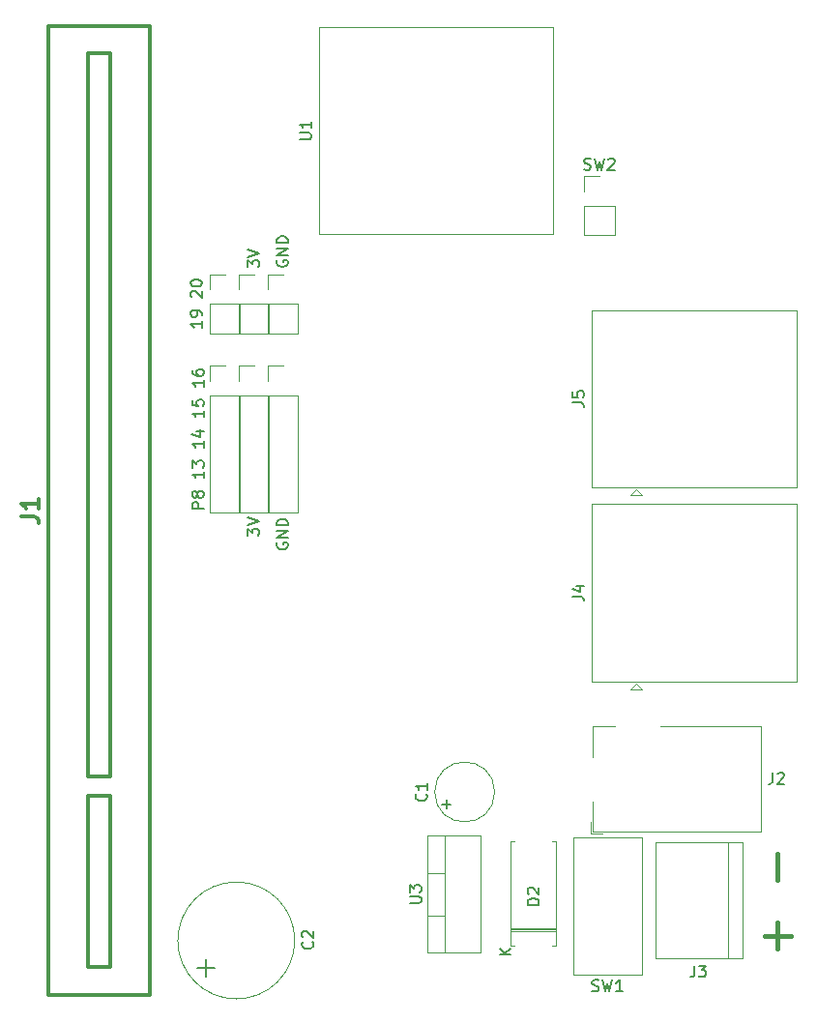
<source format=gbr>
G04 #@! TF.GenerationSoftware,KiCad,Pcbnew,(5.1.6)-1*
G04 #@! TF.CreationDate,2020-08-26T21:28:00-03:00*
G04 #@! TF.ProjectId,robo_descontrolado,726f626f-5f64-4657-9363-6f6e74726f6c,rev?*
G04 #@! TF.SameCoordinates,Original*
G04 #@! TF.FileFunction,Legend,Top*
G04 #@! TF.FilePolarity,Positive*
%FSLAX46Y46*%
G04 Gerber Fmt 4.6, Leading zero omitted, Abs format (unit mm)*
G04 Created by KiCad (PCBNEW (5.1.6)-1) date 2020-08-26 21:28:00*
%MOMM*%
%LPD*%
G01*
G04 APERTURE LIST*
%ADD10C,0.150000*%
%ADD11C,0.450000*%
%ADD12C,0.120000*%
%ADD13C,0.304800*%
G04 APERTURE END LIST*
D10*
X125602380Y-77973809D02*
X125602380Y-78545238D01*
X125602380Y-78259523D02*
X124602380Y-78259523D01*
X124745238Y-78354761D01*
X124840476Y-78450000D01*
X124888095Y-78545238D01*
X125602380Y-77497619D02*
X125602380Y-77307142D01*
X125554761Y-77211904D01*
X125507142Y-77164285D01*
X125364285Y-77069047D01*
X125173809Y-77021428D01*
X124792857Y-77021428D01*
X124697619Y-77069047D01*
X124650000Y-77116666D01*
X124602380Y-77211904D01*
X124602380Y-77402380D01*
X124650000Y-77497619D01*
X124697619Y-77545238D01*
X124792857Y-77592857D01*
X125030952Y-77592857D01*
X125126190Y-77545238D01*
X125173809Y-77497619D01*
X125221428Y-77402380D01*
X125221428Y-77211904D01*
X125173809Y-77116666D01*
X125126190Y-77069047D01*
X125030952Y-77021428D01*
X124697619Y-75878571D02*
X124650000Y-75830952D01*
X124602380Y-75735714D01*
X124602380Y-75497619D01*
X124650000Y-75402380D01*
X124697619Y-75354761D01*
X124792857Y-75307142D01*
X124888095Y-75307142D01*
X125030952Y-75354761D01*
X125602380Y-75926190D01*
X125602380Y-75307142D01*
X124602380Y-74688095D02*
X124602380Y-74592857D01*
X124650000Y-74497619D01*
X124697619Y-74450000D01*
X124792857Y-74402380D01*
X124983333Y-74354761D01*
X125221428Y-74354761D01*
X125411904Y-74402380D01*
X125507142Y-74450000D01*
X125554761Y-74497619D01*
X125602380Y-74592857D01*
X125602380Y-74688095D01*
X125554761Y-74783333D01*
X125507142Y-74830952D01*
X125411904Y-74878571D01*
X125221428Y-74926190D01*
X124983333Y-74926190D01*
X124792857Y-74878571D01*
X124697619Y-74830952D01*
X124650000Y-74783333D01*
X124602380Y-74688095D01*
X146619047Y-120271428D02*
X147380952Y-120271428D01*
X147000000Y-120652380D02*
X147000000Y-119890476D01*
X125188095Y-134642857D02*
X126711904Y-134642857D01*
X125950000Y-135404761D02*
X125950000Y-133880952D01*
D11*
X176014285Y-132942857D02*
X176014285Y-130657142D01*
X177157142Y-131800000D02*
X174871428Y-131800000D01*
X176014285Y-126942857D02*
X176014285Y-124657142D01*
D10*
X125752380Y-94371428D02*
X124752380Y-94371428D01*
X124752380Y-93990476D01*
X124800000Y-93895238D01*
X124847619Y-93847619D01*
X124942857Y-93800000D01*
X125085714Y-93800000D01*
X125180952Y-93847619D01*
X125228571Y-93895238D01*
X125276190Y-93990476D01*
X125276190Y-94371428D01*
X125180952Y-93228571D02*
X125133333Y-93323809D01*
X125085714Y-93371428D01*
X124990476Y-93419047D01*
X124942857Y-93419047D01*
X124847619Y-93371428D01*
X124800000Y-93323809D01*
X124752380Y-93228571D01*
X124752380Y-93038095D01*
X124800000Y-92942857D01*
X124847619Y-92895238D01*
X124942857Y-92847619D01*
X124990476Y-92847619D01*
X125085714Y-92895238D01*
X125133333Y-92942857D01*
X125180952Y-93038095D01*
X125180952Y-93228571D01*
X125228571Y-93323809D01*
X125276190Y-93371428D01*
X125371428Y-93419047D01*
X125561904Y-93419047D01*
X125657142Y-93371428D01*
X125704761Y-93323809D01*
X125752380Y-93228571D01*
X125752380Y-93038095D01*
X125704761Y-92942857D01*
X125657142Y-92895238D01*
X125561904Y-92847619D01*
X125371428Y-92847619D01*
X125276190Y-92895238D01*
X125228571Y-92942857D01*
X125180952Y-93038095D01*
X125752380Y-91133333D02*
X125752380Y-91704761D01*
X125752380Y-91419047D02*
X124752380Y-91419047D01*
X124895238Y-91514285D01*
X124990476Y-91609523D01*
X125038095Y-91704761D01*
X124752380Y-90800000D02*
X124752380Y-90180952D01*
X125133333Y-90514285D01*
X125133333Y-90371428D01*
X125180952Y-90276190D01*
X125228571Y-90228571D01*
X125323809Y-90180952D01*
X125561904Y-90180952D01*
X125657142Y-90228571D01*
X125704761Y-90276190D01*
X125752380Y-90371428D01*
X125752380Y-90657142D01*
X125704761Y-90752380D01*
X125657142Y-90800000D01*
X125752380Y-88466666D02*
X125752380Y-89038095D01*
X125752380Y-88752380D02*
X124752380Y-88752380D01*
X124895238Y-88847619D01*
X124990476Y-88942857D01*
X125038095Y-89038095D01*
X125085714Y-87609523D02*
X125752380Y-87609523D01*
X124704761Y-87847619D02*
X125419047Y-88085714D01*
X125419047Y-87466666D01*
X125752380Y-85800000D02*
X125752380Y-86371428D01*
X125752380Y-86085714D02*
X124752380Y-86085714D01*
X124895238Y-86180952D01*
X124990476Y-86276190D01*
X125038095Y-86371428D01*
X124752380Y-84895238D02*
X124752380Y-85371428D01*
X125228571Y-85419047D01*
X125180952Y-85371428D01*
X125133333Y-85276190D01*
X125133333Y-85038095D01*
X125180952Y-84942857D01*
X125228571Y-84895238D01*
X125323809Y-84847619D01*
X125561904Y-84847619D01*
X125657142Y-84895238D01*
X125704761Y-84942857D01*
X125752380Y-85038095D01*
X125752380Y-85276190D01*
X125704761Y-85371428D01*
X125657142Y-85419047D01*
X125752380Y-83133333D02*
X125752380Y-83704761D01*
X125752380Y-83419047D02*
X124752380Y-83419047D01*
X124895238Y-83514285D01*
X124990476Y-83609523D01*
X125038095Y-83704761D01*
X124752380Y-82276190D02*
X124752380Y-82466666D01*
X124800000Y-82561904D01*
X124847619Y-82609523D01*
X124990476Y-82704761D01*
X125180952Y-82752380D01*
X125561904Y-82752380D01*
X125657142Y-82704761D01*
X125704761Y-82657142D01*
X125752380Y-82561904D01*
X125752380Y-82371428D01*
X125704761Y-82276190D01*
X125657142Y-82228571D01*
X125561904Y-82180952D01*
X125323809Y-82180952D01*
X125228571Y-82228571D01*
X125180952Y-82276190D01*
X125133333Y-82371428D01*
X125133333Y-82561904D01*
X125180952Y-82657142D01*
X125228571Y-82704761D01*
X125323809Y-82752380D01*
X132180000Y-72640595D02*
X132132380Y-72735833D01*
X132132380Y-72878690D01*
X132180000Y-73021547D01*
X132275238Y-73116785D01*
X132370476Y-73164404D01*
X132560952Y-73212023D01*
X132703809Y-73212023D01*
X132894285Y-73164404D01*
X132989523Y-73116785D01*
X133084761Y-73021547D01*
X133132380Y-72878690D01*
X133132380Y-72783452D01*
X133084761Y-72640595D01*
X133037142Y-72592976D01*
X132703809Y-72592976D01*
X132703809Y-72783452D01*
X133132380Y-72164404D02*
X132132380Y-72164404D01*
X133132380Y-71592976D01*
X132132380Y-71592976D01*
X133132380Y-71116785D02*
X132132380Y-71116785D01*
X132132380Y-70878690D01*
X132180000Y-70735833D01*
X132275238Y-70640595D01*
X132370476Y-70592976D01*
X132560952Y-70545357D01*
X132703809Y-70545357D01*
X132894285Y-70592976D01*
X132989523Y-70640595D01*
X133084761Y-70735833D01*
X133132380Y-70878690D01*
X133132380Y-71116785D01*
X129592380Y-73259642D02*
X129592380Y-72640595D01*
X129973333Y-72973928D01*
X129973333Y-72831071D01*
X130020952Y-72735833D01*
X130068571Y-72688214D01*
X130163809Y-72640595D01*
X130401904Y-72640595D01*
X130497142Y-72688214D01*
X130544761Y-72735833D01*
X130592380Y-72831071D01*
X130592380Y-73116785D01*
X130544761Y-73212023D01*
X130497142Y-73259642D01*
X129592380Y-72354880D02*
X130592380Y-72021547D01*
X129592380Y-71688214D01*
X132180000Y-97383214D02*
X132132380Y-97478452D01*
X132132380Y-97621309D01*
X132180000Y-97764166D01*
X132275238Y-97859404D01*
X132370476Y-97907023D01*
X132560952Y-97954642D01*
X132703809Y-97954642D01*
X132894285Y-97907023D01*
X132989523Y-97859404D01*
X133084761Y-97764166D01*
X133132380Y-97621309D01*
X133132380Y-97526071D01*
X133084761Y-97383214D01*
X133037142Y-97335595D01*
X132703809Y-97335595D01*
X132703809Y-97526071D01*
X133132380Y-96907023D02*
X132132380Y-96907023D01*
X133132380Y-96335595D01*
X132132380Y-96335595D01*
X133132380Y-95859404D02*
X132132380Y-95859404D01*
X132132380Y-95621309D01*
X132180000Y-95478452D01*
X132275238Y-95383214D01*
X132370476Y-95335595D01*
X132560952Y-95287976D01*
X132703809Y-95287976D01*
X132894285Y-95335595D01*
X132989523Y-95383214D01*
X133084761Y-95478452D01*
X133132380Y-95621309D01*
X133132380Y-95859404D01*
X129592380Y-96764166D02*
X129592380Y-96145119D01*
X129973333Y-96478452D01*
X129973333Y-96335595D01*
X130020952Y-96240357D01*
X130068571Y-96192738D01*
X130163809Y-96145119D01*
X130401904Y-96145119D01*
X130497142Y-96192738D01*
X130544761Y-96240357D01*
X130592380Y-96335595D01*
X130592380Y-96621309D01*
X130544761Y-96716547D01*
X130497142Y-96764166D01*
X129592380Y-95859404D02*
X130592380Y-95526071D01*
X129592380Y-95192738D01*
D12*
X126270000Y-81870000D02*
X127600000Y-81870000D01*
X126270000Y-83200000D02*
X126270000Y-81870000D01*
X126270000Y-84470000D02*
X128930000Y-84470000D01*
X128930000Y-84470000D02*
X128930000Y-94690000D01*
X126270000Y-84470000D02*
X126270000Y-94690000D01*
X126270000Y-94690000D02*
X128930000Y-94690000D01*
X131350000Y-81870000D02*
X132680000Y-81870000D01*
X131350000Y-83200000D02*
X131350000Y-81870000D01*
X131350000Y-84470000D02*
X134010000Y-84470000D01*
X134010000Y-84470000D02*
X134010000Y-94690000D01*
X131350000Y-84470000D02*
X131350000Y-94690000D01*
X131350000Y-94690000D02*
X134010000Y-94690000D01*
X128810000Y-81870000D02*
X130140000Y-81870000D01*
X128810000Y-83200000D02*
X128810000Y-81870000D01*
X128810000Y-84470000D02*
X131470000Y-84470000D01*
X131470000Y-84470000D02*
X131470000Y-94690000D01*
X128810000Y-84470000D02*
X128810000Y-94690000D01*
X128810000Y-94690000D02*
X131470000Y-94690000D01*
X131350000Y-73870000D02*
X132680000Y-73870000D01*
X131350000Y-75200000D02*
X131350000Y-73870000D01*
X131350000Y-76470000D02*
X134010000Y-76470000D01*
X134010000Y-76470000D02*
X134010000Y-79070000D01*
X131350000Y-76470000D02*
X131350000Y-79070000D01*
X131350000Y-79070000D02*
X134010000Y-79070000D01*
X128810000Y-73870000D02*
X130140000Y-73870000D01*
X128810000Y-75200000D02*
X128810000Y-73870000D01*
X128810000Y-76470000D02*
X131470000Y-76470000D01*
X131470000Y-76470000D02*
X131470000Y-79070000D01*
X128810000Y-76470000D02*
X128810000Y-79070000D01*
X128810000Y-79070000D02*
X131470000Y-79070000D01*
X164100000Y-123200000D02*
X164100000Y-135200000D01*
X164100000Y-135200000D02*
X158100000Y-135200000D01*
X158100000Y-135200000D02*
X158100000Y-123200000D01*
X158100000Y-123200000D02*
X164100000Y-123200000D01*
X151220000Y-119200000D02*
G75*
G03*
X151220000Y-119200000I-2620000J0D01*
G01*
X152630000Y-131355000D02*
X156570000Y-131355000D01*
X152630000Y-131115000D02*
X156570000Y-131115000D01*
X152630000Y-131235000D02*
X156570000Y-131235000D01*
X156570000Y-123550000D02*
X156240000Y-123550000D01*
X156570000Y-132690000D02*
X156570000Y-123550000D01*
X156240000Y-132690000D02*
X156570000Y-132690000D01*
X152630000Y-123550000D02*
X152960000Y-123550000D01*
X152630000Y-132690000D02*
X152630000Y-123550000D01*
X152960000Y-132690000D02*
X152630000Y-132690000D01*
X133720000Y-132200000D02*
G75*
G03*
X133720000Y-132200000I-5120000J0D01*
G01*
D13*
X112149920Y-52098980D02*
X112149920Y-137001020D01*
X121050080Y-52098980D02*
X112149920Y-52098980D01*
X121050080Y-137001020D02*
X121050080Y-52098980D01*
X112149920Y-137001020D02*
X121050080Y-137001020D01*
X115650040Y-119551220D02*
X115650040Y-134549920D01*
X117549960Y-119551220D02*
X115650040Y-119551220D01*
X117549960Y-134549920D02*
X117549960Y-119551220D01*
X115650040Y-134549920D02*
X117549960Y-134549920D01*
X117549960Y-117801160D02*
X115650040Y-117801160D01*
X117549960Y-54550080D02*
X117549960Y-117801160D01*
X115650040Y-54550080D02*
X117549960Y-54550080D01*
X115650040Y-117801160D02*
X115650040Y-54550080D01*
D12*
X145330000Y-133280000D02*
X145330000Y-123040000D01*
X149971000Y-133280000D02*
X149971000Y-123040000D01*
X145330000Y-133280000D02*
X149971000Y-133280000D01*
X145330000Y-123040000D02*
X149971000Y-123040000D01*
X146840000Y-133280000D02*
X146840000Y-123040000D01*
X145330000Y-130010000D02*
X146840000Y-130010000D01*
X145330000Y-126309000D02*
X146840000Y-126309000D01*
X126270000Y-79070000D02*
X128930000Y-79070000D01*
X126270000Y-76470000D02*
X126270000Y-79070000D01*
X128930000Y-76470000D02*
X128930000Y-79070000D01*
X126270000Y-76470000D02*
X128930000Y-76470000D01*
X126270000Y-75200000D02*
X126270000Y-73870000D01*
X126270000Y-73870000D02*
X127600000Y-73870000D01*
X156304000Y-70322000D02*
X156304000Y-52262000D01*
X135864000Y-70322000D02*
X156304000Y-70322000D01*
X135864000Y-52262000D02*
X156304000Y-52262000D01*
X135864000Y-70322000D02*
X135864000Y-52262000D01*
X159070000Y-70470000D02*
X161730000Y-70470000D01*
X159070000Y-67870000D02*
X159070000Y-70470000D01*
X161730000Y-67870000D02*
X161730000Y-70470000D01*
X159070000Y-67870000D02*
X161730000Y-67870000D01*
X159070000Y-66600000D02*
X159070000Y-65270000D01*
X159070000Y-65270000D02*
X160400000Y-65270000D01*
X164100000Y-93200000D02*
X163600000Y-92700000D01*
X163100000Y-93200000D02*
X164100000Y-93200000D01*
X163600000Y-92700000D02*
X163100000Y-93200000D01*
X177680000Y-92515000D02*
X177680000Y-76995000D01*
X159720000Y-76995000D02*
X177680000Y-76995000D01*
X159720000Y-76995000D02*
X159720000Y-92515000D01*
X159720000Y-92515000D02*
X177680000Y-92515000D01*
X164100000Y-110200000D02*
X163600000Y-109700000D01*
X163100000Y-110200000D02*
X164100000Y-110200000D01*
X163600000Y-109700000D02*
X163100000Y-110200000D01*
X177680000Y-109515000D02*
X177680000Y-93995000D01*
X159720000Y-93995000D02*
X177680000Y-93995000D01*
X159720000Y-93995000D02*
X159720000Y-109515000D01*
X159720000Y-109515000D02*
X177680000Y-109515000D01*
X171640000Y-123580000D02*
X171640000Y-133740000D01*
X172910000Y-123580000D02*
X165290000Y-123580000D01*
X165290000Y-123580000D02*
X165290000Y-133740000D01*
X165290000Y-133740000D02*
X172910000Y-133740000D01*
X172910000Y-133740000D02*
X172910000Y-123580000D01*
X159620000Y-121806000D02*
X159620000Y-122856000D01*
X160670000Y-122856000D02*
X159620000Y-122856000D01*
X165720000Y-113456000D02*
X174520000Y-113456000D01*
X174520000Y-113456000D02*
X174520000Y-122656000D01*
X159820000Y-116156000D02*
X159820000Y-113456000D01*
X159820000Y-113456000D02*
X161720000Y-113456000D01*
X174520000Y-122656000D02*
X159820000Y-122656000D01*
X159820000Y-122656000D02*
X159820000Y-120056000D01*
D10*
X159766666Y-136604761D02*
X159909523Y-136652380D01*
X160147619Y-136652380D01*
X160242857Y-136604761D01*
X160290476Y-136557142D01*
X160338095Y-136461904D01*
X160338095Y-136366666D01*
X160290476Y-136271428D01*
X160242857Y-136223809D01*
X160147619Y-136176190D01*
X159957142Y-136128571D01*
X159861904Y-136080952D01*
X159814285Y-136033333D01*
X159766666Y-135938095D01*
X159766666Y-135842857D01*
X159814285Y-135747619D01*
X159861904Y-135700000D01*
X159957142Y-135652380D01*
X160195238Y-135652380D01*
X160338095Y-135700000D01*
X160671428Y-135652380D02*
X160909523Y-136652380D01*
X161100000Y-135938095D01*
X161290476Y-136652380D01*
X161528571Y-135652380D01*
X162433333Y-136652380D02*
X161861904Y-136652380D01*
X162147619Y-136652380D02*
X162147619Y-135652380D01*
X162052380Y-135795238D01*
X161957142Y-135890476D01*
X161861904Y-135938095D01*
X145207142Y-119366666D02*
X145254761Y-119414285D01*
X145302380Y-119557142D01*
X145302380Y-119652380D01*
X145254761Y-119795238D01*
X145159523Y-119890476D01*
X145064285Y-119938095D01*
X144873809Y-119985714D01*
X144730952Y-119985714D01*
X144540476Y-119938095D01*
X144445238Y-119890476D01*
X144350000Y-119795238D01*
X144302380Y-119652380D01*
X144302380Y-119557142D01*
X144350000Y-119414285D01*
X144397619Y-119366666D01*
X145302380Y-118414285D02*
X145302380Y-118985714D01*
X145302380Y-118700000D02*
X144302380Y-118700000D01*
X144445238Y-118795238D01*
X144540476Y-118890476D01*
X144588095Y-118985714D01*
X155102380Y-129088095D02*
X154102380Y-129088095D01*
X154102380Y-128850000D01*
X154150000Y-128707142D01*
X154245238Y-128611904D01*
X154340476Y-128564285D01*
X154530952Y-128516666D01*
X154673809Y-128516666D01*
X154864285Y-128564285D01*
X154959523Y-128611904D01*
X155054761Y-128707142D01*
X155102380Y-128850000D01*
X155102380Y-129088095D01*
X154197619Y-128135714D02*
X154150000Y-128088095D01*
X154102380Y-127992857D01*
X154102380Y-127754761D01*
X154150000Y-127659523D01*
X154197619Y-127611904D01*
X154292857Y-127564285D01*
X154388095Y-127564285D01*
X154530952Y-127611904D01*
X155102380Y-128183333D01*
X155102380Y-127564285D01*
X152652380Y-133461904D02*
X151652380Y-133461904D01*
X152652380Y-132890476D02*
X152080952Y-133319047D01*
X151652380Y-132890476D02*
X152223809Y-133461904D01*
X135257142Y-132316666D02*
X135304761Y-132364285D01*
X135352380Y-132507142D01*
X135352380Y-132602380D01*
X135304761Y-132745238D01*
X135209523Y-132840476D01*
X135114285Y-132888095D01*
X134923809Y-132935714D01*
X134780952Y-132935714D01*
X134590476Y-132888095D01*
X134495238Y-132840476D01*
X134400000Y-132745238D01*
X134352380Y-132602380D01*
X134352380Y-132507142D01*
X134400000Y-132364285D01*
X134447619Y-132316666D01*
X134447619Y-131935714D02*
X134400000Y-131888095D01*
X134352380Y-131792857D01*
X134352380Y-131554761D01*
X134400000Y-131459523D01*
X134447619Y-131411904D01*
X134542857Y-131364285D01*
X134638095Y-131364285D01*
X134780952Y-131411904D01*
X135352380Y-131983333D01*
X135352380Y-131364285D01*
D13*
X109765948Y-95058000D02*
X110854520Y-95058000D01*
X111072234Y-95130571D01*
X111217377Y-95275714D01*
X111289948Y-95493428D01*
X111289948Y-95638571D01*
X111289948Y-93534000D02*
X111289948Y-94404857D01*
X111289948Y-93969428D02*
X109765948Y-93969428D01*
X109983662Y-94114571D01*
X110128805Y-94259714D01*
X110201377Y-94404857D01*
D10*
X143782380Y-128921904D02*
X144591904Y-128921904D01*
X144687142Y-128874285D01*
X144734761Y-128826666D01*
X144782380Y-128731428D01*
X144782380Y-128540952D01*
X144734761Y-128445714D01*
X144687142Y-128398095D01*
X144591904Y-128350476D01*
X143782380Y-128350476D01*
X143782380Y-127969523D02*
X143782380Y-127350476D01*
X144163333Y-127683809D01*
X144163333Y-127540952D01*
X144210952Y-127445714D01*
X144258571Y-127398095D01*
X144353809Y-127350476D01*
X144591904Y-127350476D01*
X144687142Y-127398095D01*
X144734761Y-127445714D01*
X144782380Y-127540952D01*
X144782380Y-127826666D01*
X144734761Y-127921904D01*
X144687142Y-127969523D01*
X134146380Y-62053904D02*
X134955904Y-62053904D01*
X135051142Y-62006285D01*
X135098761Y-61958666D01*
X135146380Y-61863428D01*
X135146380Y-61672952D01*
X135098761Y-61577714D01*
X135051142Y-61530095D01*
X134955904Y-61482476D01*
X134146380Y-61482476D01*
X135146380Y-60482476D02*
X135146380Y-61053904D01*
X135146380Y-60768190D02*
X134146380Y-60768190D01*
X134289238Y-60863428D01*
X134384476Y-60958666D01*
X134432095Y-61053904D01*
X159066666Y-64674761D02*
X159209523Y-64722380D01*
X159447619Y-64722380D01*
X159542857Y-64674761D01*
X159590476Y-64627142D01*
X159638095Y-64531904D01*
X159638095Y-64436666D01*
X159590476Y-64341428D01*
X159542857Y-64293809D01*
X159447619Y-64246190D01*
X159257142Y-64198571D01*
X159161904Y-64150952D01*
X159114285Y-64103333D01*
X159066666Y-64008095D01*
X159066666Y-63912857D01*
X159114285Y-63817619D01*
X159161904Y-63770000D01*
X159257142Y-63722380D01*
X159495238Y-63722380D01*
X159638095Y-63770000D01*
X159971428Y-63722380D02*
X160209523Y-64722380D01*
X160400000Y-64008095D01*
X160590476Y-64722380D01*
X160828571Y-63722380D01*
X161161904Y-63817619D02*
X161209523Y-63770000D01*
X161304761Y-63722380D01*
X161542857Y-63722380D01*
X161638095Y-63770000D01*
X161685714Y-63817619D01*
X161733333Y-63912857D01*
X161733333Y-64008095D01*
X161685714Y-64150952D01*
X161114285Y-64722380D01*
X161733333Y-64722380D01*
X158052380Y-85088333D02*
X158766666Y-85088333D01*
X158909523Y-85135952D01*
X159004761Y-85231190D01*
X159052380Y-85374047D01*
X159052380Y-85469285D01*
X158052380Y-84135952D02*
X158052380Y-84612142D01*
X158528571Y-84659761D01*
X158480952Y-84612142D01*
X158433333Y-84516904D01*
X158433333Y-84278809D01*
X158480952Y-84183571D01*
X158528571Y-84135952D01*
X158623809Y-84088333D01*
X158861904Y-84088333D01*
X158957142Y-84135952D01*
X159004761Y-84183571D01*
X159052380Y-84278809D01*
X159052380Y-84516904D01*
X159004761Y-84612142D01*
X158957142Y-84659761D01*
X158052380Y-102088333D02*
X158766666Y-102088333D01*
X158909523Y-102135952D01*
X159004761Y-102231190D01*
X159052380Y-102374047D01*
X159052380Y-102469285D01*
X158385714Y-101183571D02*
X159052380Y-101183571D01*
X158004761Y-101421666D02*
X158719047Y-101659761D01*
X158719047Y-101040714D01*
X168716666Y-134402380D02*
X168716666Y-135116666D01*
X168669047Y-135259523D01*
X168573809Y-135354761D01*
X168430952Y-135402380D01*
X168335714Y-135402380D01*
X169097619Y-134402380D02*
X169716666Y-134402380D01*
X169383333Y-134783333D01*
X169526190Y-134783333D01*
X169621428Y-134830952D01*
X169669047Y-134878571D01*
X169716666Y-134973809D01*
X169716666Y-135211904D01*
X169669047Y-135307142D01*
X169621428Y-135354761D01*
X169526190Y-135402380D01*
X169240476Y-135402380D01*
X169145238Y-135354761D01*
X169097619Y-135307142D01*
X175566666Y-117502380D02*
X175566666Y-118216666D01*
X175519047Y-118359523D01*
X175423809Y-118454761D01*
X175280952Y-118502380D01*
X175185714Y-118502380D01*
X175995238Y-117597619D02*
X176042857Y-117550000D01*
X176138095Y-117502380D01*
X176376190Y-117502380D01*
X176471428Y-117550000D01*
X176519047Y-117597619D01*
X176566666Y-117692857D01*
X176566666Y-117788095D01*
X176519047Y-117930952D01*
X175947619Y-118502380D01*
X176566666Y-118502380D01*
M02*

</source>
